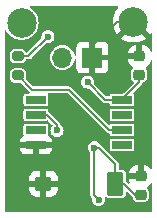
<source format=gbr>
G04 #@! TF.GenerationSoftware,KiCad,Pcbnew,8.0.1*
G04 #@! TF.CreationDate,2025-02-25T21:17:40-07:00*
G04 #@! TF.ProjectId,IRRemote,49525265-6d6f-4746-952e-6b696361645f,rev?*
G04 #@! TF.SameCoordinates,Original*
G04 #@! TF.FileFunction,Copper,L1,Top*
G04 #@! TF.FilePolarity,Positive*
%FSLAX46Y46*%
G04 Gerber Fmt 4.6, Leading zero omitted, Abs format (unit mm)*
G04 Created by KiCad (PCBNEW 8.0.1) date 2025-02-25 21:17:40*
%MOMM*%
%LPD*%
G01*
G04 APERTURE LIST*
G04 Aperture macros list*
%AMRoundRect*
0 Rectangle with rounded corners*
0 $1 Rounding radius*
0 $2 $3 $4 $5 $6 $7 $8 $9 X,Y pos of 4 corners*
0 Add a 4 corners polygon primitive as box body*
4,1,4,$2,$3,$4,$5,$6,$7,$8,$9,$2,$3,0*
0 Add four circle primitives for the rounded corners*
1,1,$1+$1,$2,$3*
1,1,$1+$1,$4,$5*
1,1,$1+$1,$6,$7*
1,1,$1+$1,$8,$9*
0 Add four rect primitives between the rounded corners*
20,1,$1+$1,$2,$3,$4,$5,0*
20,1,$1+$1,$4,$5,$6,$7,0*
20,1,$1+$1,$6,$7,$8,$9,0*
20,1,$1+$1,$8,$9,$2,$3,0*%
G04 Aperture macros list end*
G04 #@! TA.AperFunction,ComponentPad*
%ADD10R,1.700000X1.700000*%
G04 #@! TD*
G04 #@! TA.AperFunction,ComponentPad*
%ADD11O,1.700000X1.700000*%
G04 #@! TD*
G04 #@! TA.AperFunction,SMDPad,CuDef*
%ADD12RoundRect,0.225000X-0.250000X0.225000X-0.250000X-0.225000X0.250000X-0.225000X0.250000X0.225000X0*%
G04 #@! TD*
G04 #@! TA.AperFunction,ComponentPad*
%ADD13C,2.500000*%
G04 #@! TD*
G04 #@! TA.AperFunction,SMDPad,CuDef*
%ADD14RoundRect,0.175000X-0.525000X-0.825000X0.525000X-0.825000X0.525000X0.825000X-0.525000X0.825000X0*%
G04 #@! TD*
G04 #@! TA.AperFunction,SMDPad,CuDef*
%ADD15RoundRect,0.150000X-0.550000X-0.450000X0.550000X-0.450000X0.550000X0.450000X-0.550000X0.450000X0*%
G04 #@! TD*
G04 #@! TA.AperFunction,SMDPad,CuDef*
%ADD16RoundRect,0.225000X0.250000X-0.225000X0.250000X0.225000X-0.250000X0.225000X-0.250000X-0.225000X0*%
G04 #@! TD*
G04 #@! TA.AperFunction,SMDPad,CuDef*
%ADD17R,1.700000X0.650000*%
G04 #@! TD*
G04 #@! TA.AperFunction,SMDPad,CuDef*
%ADD18RoundRect,0.200000X0.275000X-0.200000X0.275000X0.200000X-0.275000X0.200000X-0.275000X-0.200000X0*%
G04 #@! TD*
G04 #@! TA.AperFunction,ViaPad*
%ADD19C,0.600000*%
G04 #@! TD*
G04 #@! TA.AperFunction,Conductor*
%ADD20C,0.200000*%
G04 #@! TD*
G04 #@! TA.AperFunction,Conductor*
%ADD21C,0.152400*%
G04 #@! TD*
G04 APERTURE END LIST*
D10*
X139620000Y-69280000D03*
D11*
X137080000Y-69280000D03*
D12*
X143710000Y-79330000D03*
X143710000Y-80880000D03*
D13*
X133620000Y-66340000D03*
D14*
X141570000Y-79970000D03*
D15*
X135470000Y-79970000D03*
D16*
X143590000Y-70720000D03*
X143590000Y-69170000D03*
D13*
X143100000Y-66240000D03*
D17*
X134830000Y-72850000D03*
X134830000Y-74120000D03*
X134830000Y-75390000D03*
X134830000Y-76660000D03*
X142130000Y-76660000D03*
X142130000Y-75390000D03*
X142130000Y-74120000D03*
X142130000Y-72850000D03*
D18*
X133310000Y-70800000D03*
X133310000Y-69150000D03*
D19*
X135100000Y-71120000D03*
X133315000Y-75920000D03*
X141770000Y-71390000D03*
X139210000Y-71360000D03*
X139790000Y-76910000D03*
X140140000Y-81310000D03*
X136620000Y-75450000D03*
X135850000Y-67520000D03*
D20*
X142950000Y-66390000D02*
X143100000Y-66240000D01*
D21*
X139620000Y-68340000D02*
X141720000Y-66240000D01*
X139620000Y-69280000D02*
X139620000Y-68340000D01*
X141720000Y-66240000D02*
X143100000Y-66240000D01*
X140700000Y-72850000D02*
X142130000Y-72850000D01*
X143590000Y-71370000D02*
X143590000Y-70720000D01*
X139210000Y-71360000D02*
X140700000Y-72850000D01*
X142130000Y-72830000D02*
X143590000Y-71370000D01*
X142130000Y-72850000D02*
X142130000Y-72830000D01*
X134500000Y-71990000D02*
X137610000Y-71990000D01*
X137610000Y-71990000D02*
X141010000Y-75390000D01*
X133310000Y-70800000D02*
X134500000Y-71990000D01*
X141010000Y-75390000D02*
X142130000Y-75390000D01*
X140200000Y-76910000D02*
X139790000Y-76910000D01*
X141570000Y-78280000D02*
X140200000Y-76910000D01*
X143710000Y-80880000D02*
X143640000Y-80810000D01*
X143710000Y-80880000D02*
X143230000Y-80880000D01*
X143230000Y-80880000D02*
X142320000Y-79970000D01*
X143530000Y-80700000D02*
X143710000Y-80880000D01*
X142320000Y-79970000D02*
X141570000Y-79970000D01*
X139720000Y-76980000D02*
X139790000Y-76910000D01*
X141570000Y-79970000D02*
X141570000Y-78280000D01*
X139720000Y-80890000D02*
X139720000Y-76980000D01*
X140140000Y-81310000D02*
X139720000Y-80890000D01*
X135780000Y-74120000D02*
X134830000Y-74120000D01*
X136620000Y-75450000D02*
X136620000Y-74960000D01*
X136620000Y-74960000D02*
X135780000Y-74120000D01*
X135840000Y-67520000D02*
X134210000Y-69150000D01*
X135850000Y-67520000D02*
X135840000Y-67520000D01*
X134210000Y-69150000D02*
X133310000Y-69150000D01*
G04 #@! TA.AperFunction,Conductor*
G36*
X141790167Y-64958093D02*
G01*
X141815887Y-65002642D01*
X141806954Y-65053300D01*
X141800623Y-65062586D01*
X141650028Y-65251426D01*
X141650025Y-65251429D01*
X141518885Y-65478569D01*
X141518879Y-65478581D01*
X141423061Y-65722725D01*
X141364694Y-65978442D01*
X141345093Y-66240000D01*
X141364694Y-66501557D01*
X141423061Y-66757274D01*
X141518879Y-67001418D01*
X141518885Y-67001430D01*
X141650025Y-67228570D01*
X141650028Y-67228573D01*
X141697873Y-67288571D01*
X141697874Y-67288572D01*
X142237426Y-66749020D01*
X142323249Y-66877463D01*
X142462537Y-67016751D01*
X142590978Y-67102572D01*
X142050831Y-67642719D01*
X142050831Y-67642722D01*
X142222541Y-67759791D01*
X142222544Y-67759792D01*
X142458861Y-67873597D01*
X142709492Y-67950906D01*
X142709505Y-67950909D01*
X142968858Y-67990000D01*
X143231142Y-67990000D01*
X143490494Y-67950909D01*
X143490507Y-67950906D01*
X143741138Y-67873597D01*
X143977454Y-67759793D01*
X144149167Y-67642721D01*
X144149167Y-67642719D01*
X143609021Y-67102573D01*
X143737463Y-67016751D01*
X143876751Y-66877463D01*
X143962573Y-66749020D01*
X144502124Y-67288571D01*
X144502125Y-67288571D01*
X144549969Y-67228578D01*
X144549971Y-67228574D01*
X144559175Y-67212634D01*
X144598580Y-67179569D01*
X144650020Y-67179569D01*
X144689425Y-67212634D01*
X144699500Y-67250234D01*
X144699500Y-68767887D01*
X144681907Y-68816225D01*
X144637358Y-68841945D01*
X144586700Y-68833012D01*
X144553635Y-68793607D01*
X144552917Y-68791541D01*
X144501545Y-68636513D01*
X144412575Y-68492271D01*
X144412572Y-68492267D01*
X144292732Y-68372427D01*
X144292728Y-68372424D01*
X144148485Y-68283454D01*
X144148486Y-68283454D01*
X143987607Y-68230144D01*
X143987608Y-68230144D01*
X143888309Y-68220000D01*
X143840000Y-68220000D01*
X143840000Y-69344800D01*
X143822407Y-69393138D01*
X143777858Y-69418858D01*
X143764800Y-69420000D01*
X142615001Y-69420000D01*
X142615001Y-69443309D01*
X142625145Y-69542610D01*
X142678454Y-69703486D01*
X142767424Y-69847728D01*
X142767427Y-69847732D01*
X142887267Y-69967572D01*
X142887271Y-69967575D01*
X143031512Y-70056545D01*
X143033192Y-70057328D01*
X143033852Y-70057988D01*
X143035243Y-70058846D01*
X143035039Y-70059175D01*
X143069569Y-70093698D01*
X143074056Y-70144942D01*
X143054592Y-70178659D01*
X142991472Y-70241779D01*
X142930281Y-70361872D01*
X142914500Y-70461509D01*
X142914500Y-70978490D01*
X142930281Y-71078127D01*
X142991473Y-71198222D01*
X143086777Y-71293526D01*
X143086779Y-71293527D01*
X143086780Y-71293528D01*
X143119350Y-71310123D01*
X143154432Y-71347744D01*
X143157124Y-71399113D01*
X143138384Y-71430301D01*
X142266213Y-72302474D01*
X142219593Y-72324214D01*
X142213039Y-72324500D01*
X141260251Y-72324500D01*
X141201770Y-72336132D01*
X141201768Y-72336133D01*
X141135448Y-72380448D01*
X141091133Y-72446768D01*
X141091132Y-72446770D01*
X141079498Y-72505257D01*
X141079477Y-72505478D01*
X141079439Y-72505556D01*
X141078779Y-72508876D01*
X141077927Y-72508706D01*
X141057226Y-72551856D01*
X141010369Y-72573081D01*
X141004640Y-72573300D01*
X140845761Y-72573300D01*
X140797423Y-72555707D01*
X140792587Y-72551274D01*
X139772400Y-71531087D01*
X139750660Y-71484467D01*
X139751016Y-71468110D01*
X139765250Y-71360000D01*
X139746330Y-71216291D01*
X139690861Y-71082375D01*
X139690860Y-71082374D01*
X139690860Y-71082373D01*
X139602621Y-70967378D01*
X139487626Y-70879139D01*
X139353711Y-70823671D01*
X139353709Y-70823670D01*
X139210000Y-70804750D01*
X139066291Y-70823670D01*
X139066288Y-70823670D01*
X139066288Y-70823671D01*
X138932373Y-70879139D01*
X138817378Y-70967378D01*
X138729139Y-71082373D01*
X138711357Y-71125304D01*
X138673670Y-71216291D01*
X138654750Y-71360000D01*
X138673670Y-71503709D01*
X138673671Y-71503711D01*
X138729139Y-71637626D01*
X138817378Y-71752621D01*
X138932373Y-71840860D01*
X138932374Y-71840860D01*
X138932375Y-71840861D01*
X139066291Y-71896330D01*
X139210000Y-71915250D01*
X139318101Y-71901017D01*
X139368317Y-71912150D01*
X139381087Y-71922400D01*
X140530102Y-73071415D01*
X140593197Y-73107844D01*
X140663572Y-73126700D01*
X140736428Y-73126700D01*
X141004640Y-73126700D01*
X141052978Y-73144293D01*
X141078698Y-73188842D01*
X141079477Y-73194522D01*
X141079498Y-73194742D01*
X141091132Y-73253229D01*
X141091133Y-73253231D01*
X141135448Y-73319552D01*
X141201769Y-73363867D01*
X141231010Y-73369683D01*
X141260251Y-73375500D01*
X141260252Y-73375500D01*
X142999749Y-73375500D01*
X143019242Y-73371622D01*
X143058231Y-73363867D01*
X143124552Y-73319552D01*
X143168867Y-73253231D01*
X143180500Y-73194748D01*
X143180500Y-72505252D01*
X143168867Y-72446769D01*
X143124552Y-72380448D01*
X143108609Y-72369795D01*
X143078193Y-72328313D01*
X143081558Y-72276983D01*
X143097210Y-72254101D01*
X143811415Y-71539898D01*
X143847844Y-71476803D01*
X143863813Y-71417200D01*
X143893315Y-71375065D01*
X143924683Y-71362391D01*
X143973126Y-71354719D01*
X144093220Y-71293528D01*
X144188528Y-71198220D01*
X144249719Y-71078126D01*
X144265500Y-70978488D01*
X144265500Y-70461512D01*
X144249719Y-70361874D01*
X144188528Y-70241780D01*
X144188527Y-70241779D01*
X144188526Y-70241777D01*
X144125408Y-70178659D01*
X144103668Y-70132039D01*
X144116982Y-70082352D01*
X144144839Y-70058979D01*
X144144757Y-70058846D01*
X144145671Y-70058281D01*
X144146811Y-70057326D01*
X144148490Y-70056543D01*
X144292728Y-69967575D01*
X144292732Y-69967572D01*
X144412572Y-69847732D01*
X144412575Y-69847728D01*
X144501545Y-69703486D01*
X144552917Y-69548456D01*
X144584822Y-69508106D01*
X144635199Y-69497704D01*
X144680476Y-69522117D01*
X144699468Y-69569923D01*
X144699500Y-69572110D01*
X144699500Y-78657734D01*
X144681907Y-78706072D01*
X144637358Y-78731792D01*
X144586700Y-78722859D01*
X144560296Y-78697213D01*
X144532573Y-78652268D01*
X144412732Y-78532427D01*
X144412728Y-78532424D01*
X144268485Y-78443454D01*
X144268486Y-78443454D01*
X144107607Y-78390144D01*
X144107608Y-78390144D01*
X144008309Y-78380000D01*
X143960000Y-78380000D01*
X143960000Y-79504800D01*
X143942407Y-79553138D01*
X143897858Y-79578858D01*
X143884800Y-79580000D01*
X142735001Y-79580000D01*
X142735001Y-79603309D01*
X142745145Y-79702610D01*
X142794623Y-79851925D01*
X142793127Y-79903343D01*
X142758930Y-79941770D01*
X142708033Y-79949225D01*
X142670066Y-79928753D01*
X142492526Y-79751213D01*
X142470786Y-79704593D01*
X142470500Y-79698039D01*
X142470500Y-79109365D01*
X142470499Y-79109353D01*
X142466222Y-79080000D01*
X142735000Y-79080000D01*
X143460000Y-79080000D01*
X143460000Y-78379999D01*
X143411691Y-78380000D01*
X143312389Y-78390145D01*
X143151513Y-78443454D01*
X143007271Y-78532424D01*
X143007267Y-78532427D01*
X142887427Y-78652267D01*
X142887424Y-78652271D01*
X142798454Y-78796513D01*
X142745144Y-78957392D01*
X142735000Y-79056691D01*
X142735000Y-79080000D01*
X142466222Y-79080000D01*
X142459866Y-79036375D01*
X142443216Y-79002317D01*
X142404826Y-78923789D01*
X142404824Y-78923787D01*
X142404824Y-78923786D01*
X142316213Y-78835175D01*
X142316211Y-78835174D01*
X142203625Y-78780134D01*
X142203624Y-78780133D01*
X142130646Y-78769500D01*
X142130636Y-78769500D01*
X141921900Y-78769500D01*
X141873562Y-78751907D01*
X141847842Y-78707358D01*
X141846700Y-78694300D01*
X141846700Y-78243573D01*
X141827844Y-78173197D01*
X141827844Y-78173196D01*
X141791416Y-78110103D01*
X140686061Y-77004748D01*
X141079500Y-77004748D01*
X141091132Y-77063229D01*
X141091133Y-77063231D01*
X141135448Y-77129552D01*
X141201769Y-77173867D01*
X141231010Y-77179683D01*
X141260251Y-77185500D01*
X141260252Y-77185500D01*
X142999749Y-77185500D01*
X143019242Y-77181622D01*
X143058231Y-77173867D01*
X143124552Y-77129552D01*
X143168867Y-77063231D01*
X143180500Y-77004748D01*
X143180500Y-76315252D01*
X143168867Y-76256769D01*
X143124552Y-76190448D01*
X143058231Y-76146133D01*
X143058229Y-76146132D01*
X142999749Y-76134500D01*
X142999748Y-76134500D01*
X141260252Y-76134500D01*
X141260251Y-76134500D01*
X141201770Y-76146132D01*
X141201768Y-76146133D01*
X141135448Y-76190448D01*
X141091133Y-76256768D01*
X141091132Y-76256770D01*
X141079500Y-76315251D01*
X141079500Y-77004748D01*
X140686061Y-77004748D01*
X140369899Y-76688586D01*
X140369898Y-76688585D01*
X140306803Y-76652156D01*
X140306800Y-76652155D01*
X140306795Y-76652153D01*
X140305317Y-76651757D01*
X140304465Y-76651188D01*
X140302247Y-76650269D01*
X140302429Y-76649827D01*
X140265125Y-76624900D01*
X140182621Y-76517378D01*
X140067626Y-76429139D01*
X139933711Y-76373671D01*
X139933709Y-76373670D01*
X139790000Y-76354750D01*
X139646291Y-76373670D01*
X139646288Y-76373670D01*
X139646288Y-76373671D01*
X139512373Y-76429139D01*
X139397378Y-76517378D01*
X139309139Y-76632373D01*
X139253671Y-76766288D01*
X139253670Y-76766291D01*
X139234750Y-76910000D01*
X139253670Y-77053709D01*
X139253671Y-77053711D01*
X139309139Y-77187626D01*
X139339423Y-77227092D01*
X139397379Y-77302621D01*
X139413878Y-77315281D01*
X139441517Y-77358662D01*
X139443300Y-77374941D01*
X139443300Y-80853572D01*
X139443300Y-80926428D01*
X139462156Y-80996803D01*
X139498585Y-81059898D01*
X139498586Y-81059899D01*
X139577598Y-81138911D01*
X139599338Y-81185531D01*
X139598981Y-81201900D01*
X139594212Y-81238127D01*
X139584750Y-81310000D01*
X139603670Y-81453709D01*
X139603671Y-81453711D01*
X139659139Y-81587626D01*
X139747378Y-81702621D01*
X139862373Y-81790860D01*
X139862374Y-81790860D01*
X139862375Y-81790861D01*
X139996291Y-81846330D01*
X140140000Y-81865250D01*
X140283709Y-81846330D01*
X140417625Y-81790861D01*
X140532621Y-81702621D01*
X140620861Y-81587625D01*
X140676330Y-81453709D01*
X140695250Y-81310000D01*
X140676330Y-81166291D01*
X140673273Y-81158912D01*
X140671030Y-81107523D01*
X140702345Y-81066713D01*
X140752565Y-81055579D01*
X140795924Y-81076962D01*
X140823786Y-81104824D01*
X140823787Y-81104824D01*
X140823789Y-81104826D01*
X140936375Y-81159866D01*
X141009353Y-81170499D01*
X141009361Y-81170499D01*
X141009364Y-81170500D01*
X141009366Y-81170500D01*
X142130634Y-81170500D01*
X142130636Y-81170500D01*
X142130638Y-81170499D01*
X142130646Y-81170499D01*
X142185980Y-81162436D01*
X142203625Y-81159866D01*
X142316211Y-81104826D01*
X142404826Y-81016211D01*
X142459866Y-80903625D01*
X142464426Y-80872329D01*
X142470499Y-80830646D01*
X142470500Y-80830634D01*
X142470500Y-80693361D01*
X142488093Y-80645023D01*
X142532642Y-80619303D01*
X142583300Y-80628236D01*
X142598874Y-80640187D01*
X143012474Y-81053787D01*
X143034214Y-81100407D01*
X143034500Y-81106961D01*
X143034500Y-81138490D01*
X143050281Y-81238127D01*
X143111473Y-81358222D01*
X143206777Y-81453526D01*
X143206779Y-81453527D01*
X143206780Y-81453528D01*
X143326872Y-81514718D01*
X143326874Y-81514719D01*
X143426512Y-81530500D01*
X143426516Y-81530500D01*
X143993484Y-81530500D01*
X143993488Y-81530500D01*
X144093126Y-81514719D01*
X144213220Y-81453528D01*
X144308528Y-81358220D01*
X144369719Y-81238126D01*
X144385500Y-81138488D01*
X144385500Y-80621512D01*
X144369719Y-80521874D01*
X144308528Y-80401780D01*
X144308527Y-80401779D01*
X144308526Y-80401777D01*
X144245408Y-80338659D01*
X144223668Y-80292039D01*
X144236982Y-80242352D01*
X144264839Y-80218979D01*
X144264757Y-80218846D01*
X144265671Y-80218281D01*
X144266811Y-80217326D01*
X144268490Y-80216543D01*
X144412728Y-80127575D01*
X144412732Y-80127572D01*
X144532572Y-80007732D01*
X144532575Y-80007728D01*
X144560296Y-79962787D01*
X144600646Y-79930882D01*
X144652064Y-79932378D01*
X144690491Y-79966575D01*
X144699500Y-80002265D01*
X144699500Y-82274300D01*
X144681907Y-82322638D01*
X144637358Y-82348358D01*
X144624300Y-82349500D01*
X132265700Y-82349500D01*
X132217362Y-82331907D01*
X132191642Y-82287358D01*
X132190500Y-82274300D01*
X132190500Y-80220000D01*
X134270000Y-80220000D01*
X134270000Y-80485649D01*
X134272898Y-80522482D01*
X134272900Y-80522493D01*
X134318718Y-80680197D01*
X134402317Y-80821556D01*
X134402323Y-80821563D01*
X134518436Y-80937676D01*
X134518443Y-80937682D01*
X134659802Y-81021281D01*
X134817506Y-81067099D01*
X134817517Y-81067101D01*
X134854350Y-81069999D01*
X134854359Y-81070000D01*
X135220000Y-81070000D01*
X135220000Y-80220000D01*
X135720000Y-80220000D01*
X135720000Y-81070000D01*
X136085641Y-81070000D01*
X136085649Y-81069999D01*
X136122482Y-81067101D01*
X136122493Y-81067099D01*
X136280197Y-81021281D01*
X136421556Y-80937682D01*
X136421563Y-80937676D01*
X136537676Y-80821563D01*
X136537682Y-80821556D01*
X136621281Y-80680197D01*
X136667099Y-80522493D01*
X136667101Y-80522482D01*
X136669999Y-80485649D01*
X136670000Y-80485640D01*
X136670000Y-80220000D01*
X135720000Y-80220000D01*
X135220000Y-80220000D01*
X134270000Y-80220000D01*
X132190500Y-80220000D01*
X132190500Y-79720000D01*
X134270000Y-79720000D01*
X135220000Y-79720000D01*
X135220000Y-78870000D01*
X135720000Y-78870000D01*
X135720000Y-79720000D01*
X136670000Y-79720000D01*
X136670000Y-79454359D01*
X136669999Y-79454350D01*
X136667101Y-79417517D01*
X136667099Y-79417506D01*
X136621281Y-79259802D01*
X136537682Y-79118443D01*
X136537676Y-79118436D01*
X136421563Y-79002323D01*
X136421556Y-79002317D01*
X136280197Y-78918718D01*
X136122493Y-78872900D01*
X136122482Y-78872898D01*
X136085649Y-78870000D01*
X135720000Y-78870000D01*
X135220000Y-78870000D01*
X134854350Y-78870000D01*
X134817517Y-78872898D01*
X134817506Y-78872900D01*
X134659802Y-78918718D01*
X134518443Y-79002317D01*
X134518436Y-79002323D01*
X134402323Y-79118436D01*
X134402317Y-79118443D01*
X134318718Y-79259802D01*
X134272900Y-79417506D01*
X134272898Y-79417517D01*
X134270000Y-79454350D01*
X134270000Y-79720000D01*
X132190500Y-79720000D01*
X132190500Y-76910000D01*
X133480000Y-76910000D01*
X133480000Y-77032831D01*
X133486401Y-77092374D01*
X133486402Y-77092377D01*
X133536648Y-77227090D01*
X133536649Y-77227092D01*
X133622810Y-77342189D01*
X133737907Y-77428350D01*
X133737909Y-77428351D01*
X133872622Y-77478597D01*
X133872625Y-77478598D01*
X133932168Y-77484999D01*
X133932180Y-77485000D01*
X134580000Y-77485000D01*
X134580000Y-76910000D01*
X135080000Y-76910000D01*
X135080000Y-77485000D01*
X135727820Y-77485000D01*
X135727831Y-77484999D01*
X135787374Y-77478598D01*
X135787377Y-77478597D01*
X135922090Y-77428351D01*
X135922092Y-77428350D01*
X136037189Y-77342189D01*
X136123350Y-77227092D01*
X136123351Y-77227090D01*
X136173597Y-77092377D01*
X136173598Y-77092374D01*
X136179999Y-77032831D01*
X136180000Y-77032820D01*
X136180000Y-76910000D01*
X135080000Y-76910000D01*
X134580000Y-76910000D01*
X133480000Y-76910000D01*
X132190500Y-76910000D01*
X132190500Y-76410000D01*
X133480000Y-76410000D01*
X136180000Y-76410000D01*
X136180000Y-76287180D01*
X136179999Y-76287168D01*
X136173598Y-76227625D01*
X136173597Y-76227622D01*
X136123351Y-76092909D01*
X136123350Y-76092907D01*
X136037189Y-75977810D01*
X135922092Y-75891649D01*
X135922088Y-75891647D01*
X135913699Y-75888518D01*
X135874557Y-75855142D01*
X135866026Y-75804414D01*
X135867906Y-75798057D01*
X135868865Y-75793233D01*
X135868867Y-75793231D01*
X135880500Y-75734748D01*
X135880500Y-75045252D01*
X135868867Y-74986769D01*
X135824552Y-74920448D01*
X135758231Y-74876133D01*
X135758229Y-74876132D01*
X135699749Y-74864500D01*
X135699748Y-74864500D01*
X133960252Y-74864500D01*
X133960251Y-74864500D01*
X133901770Y-74876132D01*
X133901768Y-74876133D01*
X133835448Y-74920448D01*
X133791133Y-74986768D01*
X133791132Y-74986770D01*
X133779500Y-75045251D01*
X133779500Y-75734748D01*
X133792578Y-75800495D01*
X133790008Y-75801006D01*
X133791741Y-75840669D01*
X133760428Y-75881480D01*
X133746306Y-75888514D01*
X133737918Y-75891643D01*
X133737907Y-75891649D01*
X133622810Y-75977810D01*
X133536649Y-76092907D01*
X133536648Y-76092909D01*
X133486402Y-76227622D01*
X133486401Y-76227625D01*
X133480000Y-76287168D01*
X133480000Y-76410000D01*
X132190500Y-76410000D01*
X132190500Y-74464748D01*
X133779500Y-74464748D01*
X133791132Y-74523229D01*
X133791133Y-74523231D01*
X133835448Y-74589552D01*
X133901769Y-74633867D01*
X133931010Y-74639683D01*
X133960251Y-74645500D01*
X133960252Y-74645500D01*
X135699749Y-74645500D01*
X135719242Y-74641622D01*
X135758231Y-74633867D01*
X135793432Y-74610345D01*
X135843397Y-74598119D01*
X135888385Y-74619698D01*
X136223593Y-74954906D01*
X136245333Y-75001526D01*
X136232019Y-75051213D01*
X136230079Y-75053859D01*
X136139139Y-75172373D01*
X136083671Y-75306288D01*
X136083670Y-75306291D01*
X136064750Y-75450000D01*
X136083670Y-75593709D01*
X136083671Y-75593711D01*
X136139139Y-75727626D01*
X136227378Y-75842621D01*
X136342373Y-75930860D01*
X136342374Y-75930860D01*
X136342375Y-75930861D01*
X136476291Y-75986330D01*
X136620000Y-76005250D01*
X136763709Y-75986330D01*
X136897625Y-75930861D01*
X137012621Y-75842621D01*
X137100861Y-75727625D01*
X137156330Y-75593709D01*
X137175250Y-75450000D01*
X137156330Y-75306291D01*
X137100861Y-75172375D01*
X137100860Y-75172374D01*
X137100860Y-75172373D01*
X137012621Y-75057378D01*
X136926121Y-74991004D01*
X136898482Y-74947620D01*
X136896700Y-74931344D01*
X136896700Y-74923573D01*
X136877844Y-74853199D01*
X136877843Y-74853197D01*
X136841414Y-74790101D01*
X136789898Y-74738585D01*
X135949898Y-73898585D01*
X135918097Y-73880224D01*
X135885035Y-73840820D01*
X135880500Y-73815101D01*
X135880500Y-73775251D01*
X135868867Y-73716770D01*
X135868866Y-73716768D01*
X135824552Y-73650448D01*
X135758231Y-73606133D01*
X135758229Y-73606132D01*
X135699749Y-73594500D01*
X135699748Y-73594500D01*
X133960252Y-73594500D01*
X133960251Y-73594500D01*
X133901770Y-73606132D01*
X133901768Y-73606133D01*
X133835448Y-73650448D01*
X133791133Y-73716768D01*
X133791132Y-73716770D01*
X133779500Y-73775251D01*
X133779500Y-74464748D01*
X132190500Y-74464748D01*
X132190500Y-71031512D01*
X132634500Y-71031512D01*
X132634501Y-71031524D01*
X132649352Y-71125301D01*
X132706951Y-71238344D01*
X132796655Y-71328048D01*
X132796657Y-71328049D01*
X132796658Y-71328050D01*
X132909694Y-71385645D01*
X132909696Y-71385646D01*
X133003481Y-71400500D01*
X133488038Y-71400499D01*
X133536376Y-71418092D01*
X133541212Y-71422525D01*
X134314813Y-72196126D01*
X134336553Y-72242746D01*
X134323239Y-72292433D01*
X134281102Y-72321938D01*
X134261639Y-72324500D01*
X133960251Y-72324500D01*
X133901770Y-72336132D01*
X133901768Y-72336133D01*
X133835448Y-72380448D01*
X133791133Y-72446768D01*
X133791132Y-72446770D01*
X133779500Y-72505251D01*
X133779500Y-73194748D01*
X133791132Y-73253229D01*
X133791133Y-73253231D01*
X133835448Y-73319552D01*
X133901769Y-73363867D01*
X133931010Y-73369683D01*
X133960251Y-73375500D01*
X133960252Y-73375500D01*
X135699749Y-73375500D01*
X135719242Y-73371622D01*
X135758231Y-73363867D01*
X135824552Y-73319552D01*
X135868867Y-73253231D01*
X135880500Y-73194748D01*
X135880500Y-72505252D01*
X135868867Y-72446769D01*
X135868866Y-72446767D01*
X135868865Y-72446765D01*
X135826711Y-72383679D01*
X135814484Y-72333714D01*
X135837235Y-72287579D01*
X135884318Y-72266861D01*
X135889237Y-72266700D01*
X137464239Y-72266700D01*
X137512577Y-72284293D01*
X137517413Y-72288726D01*
X140840102Y-75611415D01*
X140903197Y-75647844D01*
X140973572Y-75666700D01*
X141004640Y-75666700D01*
X141052978Y-75684293D01*
X141078698Y-75728842D01*
X141079477Y-75734522D01*
X141079498Y-75734742D01*
X141091132Y-75793229D01*
X141091133Y-75793231D01*
X141135448Y-75859552D01*
X141201769Y-75903867D01*
X141231010Y-75909683D01*
X141260251Y-75915500D01*
X141260252Y-75915500D01*
X142999749Y-75915500D01*
X143019242Y-75911622D01*
X143058231Y-75903867D01*
X143124552Y-75859552D01*
X143168867Y-75793231D01*
X143180500Y-75734748D01*
X143180500Y-75045252D01*
X143168867Y-74986769D01*
X143124552Y-74920448D01*
X143058231Y-74876133D01*
X143058229Y-74876132D01*
X142999749Y-74864500D01*
X142999748Y-74864500D01*
X141260252Y-74864500D01*
X141260251Y-74864500D01*
X141201770Y-74876132D01*
X141201768Y-74876133D01*
X141135448Y-74920448D01*
X141104769Y-74966362D01*
X141063285Y-74996778D01*
X141011955Y-74993413D01*
X140989069Y-74977756D01*
X140476061Y-74464748D01*
X141079500Y-74464748D01*
X141091132Y-74523229D01*
X141091133Y-74523231D01*
X141135448Y-74589552D01*
X141201769Y-74633867D01*
X141231010Y-74639683D01*
X141260251Y-74645500D01*
X141260252Y-74645500D01*
X142999749Y-74645500D01*
X143019242Y-74641622D01*
X143058231Y-74633867D01*
X143124552Y-74589552D01*
X143168867Y-74523231D01*
X143180500Y-74464748D01*
X143180500Y-73775252D01*
X143168867Y-73716769D01*
X143124552Y-73650448D01*
X143058231Y-73606133D01*
X143058229Y-73606132D01*
X142999749Y-73594500D01*
X142999748Y-73594500D01*
X141260252Y-73594500D01*
X141260251Y-73594500D01*
X141201770Y-73606132D01*
X141201768Y-73606133D01*
X141135448Y-73650448D01*
X141091133Y-73716768D01*
X141091132Y-73716770D01*
X141079500Y-73775251D01*
X141079500Y-74464748D01*
X140476061Y-74464748D01*
X137779899Y-71768586D01*
X137779898Y-71768585D01*
X137716803Y-71732156D01*
X137716800Y-71732155D01*
X137716801Y-71732155D01*
X137672183Y-71720200D01*
X137646428Y-71713300D01*
X137646427Y-71713300D01*
X134645761Y-71713300D01*
X134597423Y-71695707D01*
X134592587Y-71691274D01*
X134005392Y-71104079D01*
X133983652Y-71057459D01*
X133984293Y-71039136D01*
X133985499Y-71031524D01*
X133985500Y-71031519D01*
X133985499Y-70568482D01*
X133972625Y-70487189D01*
X133970647Y-70474698D01*
X133913048Y-70361655D01*
X133823344Y-70271951D01*
X133710304Y-70214354D01*
X133710306Y-70214354D01*
X133663411Y-70206927D01*
X133616519Y-70199500D01*
X133616517Y-70199500D01*
X133003487Y-70199500D01*
X133003475Y-70199501D01*
X132909698Y-70214352D01*
X132796655Y-70271951D01*
X132706951Y-70361655D01*
X132649354Y-70474694D01*
X132634500Y-70568479D01*
X132634500Y-71031512D01*
X132190500Y-71031512D01*
X132190500Y-69381512D01*
X132634500Y-69381512D01*
X132634501Y-69381524D01*
X132649352Y-69475301D01*
X132706951Y-69588344D01*
X132796655Y-69678048D01*
X132796657Y-69678049D01*
X132796658Y-69678050D01*
X132909694Y-69735645D01*
X132909696Y-69735646D01*
X133003481Y-69750500D01*
X133616518Y-69750499D01*
X133645400Y-69745925D01*
X133710301Y-69735647D01*
X133710302Y-69735646D01*
X133710304Y-69735646D01*
X133823342Y-69678050D01*
X133913050Y-69588342D01*
X133970646Y-69475304D01*
X133970645Y-69475304D01*
X133973333Y-69470031D01*
X133975454Y-69471111D01*
X134001228Y-69438125D01*
X134041075Y-69426700D01*
X134246427Y-69426700D01*
X134246428Y-69426700D01*
X134316803Y-69407844D01*
X134379898Y-69371415D01*
X134471313Y-69280000D01*
X136024417Y-69280000D01*
X136044699Y-69485932D01*
X136104765Y-69683947D01*
X136104770Y-69683959D01*
X136192310Y-69847732D01*
X136202315Y-69866450D01*
X136333590Y-70026410D01*
X136493550Y-70157685D01*
X136493554Y-70157687D01*
X136650873Y-70241777D01*
X136676046Y-70255232D01*
X136676050Y-70255233D01*
X136676052Y-70255234D01*
X136731162Y-70271951D01*
X136874066Y-70315300D01*
X137080000Y-70335583D01*
X137285934Y-70315300D01*
X137483954Y-70255232D01*
X137666450Y-70157685D01*
X137826410Y-70026410D01*
X137957685Y-69866450D01*
X138055232Y-69683954D01*
X138115300Y-69485934D01*
X138119962Y-69438599D01*
X138142209Y-69392220D01*
X138189063Y-69370990D01*
X138238602Y-69384845D01*
X138267646Y-69427301D01*
X138270000Y-69445971D01*
X138270000Y-70177831D01*
X138276401Y-70237374D01*
X138276402Y-70237377D01*
X138326648Y-70372090D01*
X138326649Y-70372092D01*
X138412810Y-70487189D01*
X138527907Y-70573350D01*
X138527909Y-70573351D01*
X138662622Y-70623597D01*
X138662625Y-70623598D01*
X138722168Y-70629999D01*
X138722180Y-70630000D01*
X139370000Y-70630000D01*
X139370000Y-69713012D01*
X139427007Y-69745925D01*
X139554174Y-69780000D01*
X139685826Y-69780000D01*
X139812993Y-69745925D01*
X139870000Y-69713012D01*
X139870000Y-70630000D01*
X140517820Y-70630000D01*
X140517831Y-70629999D01*
X140577374Y-70623598D01*
X140577377Y-70623597D01*
X140712090Y-70573351D01*
X140712092Y-70573350D01*
X140827189Y-70487189D01*
X140913350Y-70372092D01*
X140913351Y-70372090D01*
X140963597Y-70237377D01*
X140963598Y-70237374D01*
X140969999Y-70177831D01*
X140970000Y-70177820D01*
X140970000Y-69530000D01*
X140053012Y-69530000D01*
X140085925Y-69472993D01*
X140120000Y-69345826D01*
X140120000Y-69214174D01*
X140085925Y-69087007D01*
X140053012Y-69030000D01*
X140970000Y-69030000D01*
X140970000Y-68920000D01*
X142615000Y-68920000D01*
X143340000Y-68920000D01*
X143340000Y-68219999D01*
X143291691Y-68220000D01*
X143192389Y-68230145D01*
X143031513Y-68283454D01*
X142887271Y-68372424D01*
X142887267Y-68372427D01*
X142767427Y-68492267D01*
X142767424Y-68492271D01*
X142678454Y-68636513D01*
X142625144Y-68797392D01*
X142615000Y-68896691D01*
X142615000Y-68920000D01*
X140970000Y-68920000D01*
X140970000Y-68382180D01*
X140969999Y-68382168D01*
X140963598Y-68322625D01*
X140963597Y-68322622D01*
X140913351Y-68187909D01*
X140913350Y-68187907D01*
X140827189Y-68072810D01*
X140712092Y-67986649D01*
X140712090Y-67986648D01*
X140577377Y-67936402D01*
X140577374Y-67936401D01*
X140517831Y-67930000D01*
X139870000Y-67930000D01*
X139870000Y-68846988D01*
X139812993Y-68814075D01*
X139685826Y-68780000D01*
X139554174Y-68780000D01*
X139427007Y-68814075D01*
X139370000Y-68846988D01*
X139370000Y-67930000D01*
X138722168Y-67930000D01*
X138662625Y-67936401D01*
X138662622Y-67936402D01*
X138527909Y-67986648D01*
X138527907Y-67986649D01*
X138412810Y-68072810D01*
X138326649Y-68187907D01*
X138326648Y-68187909D01*
X138276402Y-68322622D01*
X138276401Y-68322625D01*
X138270000Y-68382168D01*
X138270000Y-69114028D01*
X138252407Y-69162366D01*
X138207858Y-69188086D01*
X138157200Y-69179153D01*
X138124135Y-69139748D01*
X138119962Y-69121399D01*
X138115300Y-69074067D01*
X138055234Y-68876052D01*
X138055229Y-68876040D01*
X137957687Y-68693554D01*
X137957684Y-68693549D01*
X137910876Y-68636513D01*
X137826410Y-68533590D01*
X137666450Y-68402315D01*
X137666445Y-68402312D01*
X137483959Y-68304770D01*
X137483947Y-68304765D01*
X137285932Y-68244699D01*
X137080000Y-68224417D01*
X136874067Y-68244699D01*
X136676052Y-68304765D01*
X136676040Y-68304770D01*
X136493554Y-68402312D01*
X136493549Y-68402315D01*
X136333590Y-68533590D01*
X136202315Y-68693549D01*
X136202312Y-68693554D01*
X136104770Y-68876040D01*
X136104765Y-68876052D01*
X136044699Y-69074067D01*
X136024417Y-69280000D01*
X134471313Y-69280000D01*
X135670075Y-68081236D01*
X135716694Y-68059497D01*
X135733056Y-68059853D01*
X135850000Y-68075250D01*
X135993709Y-68056330D01*
X136127625Y-68000861D01*
X136242621Y-67912621D01*
X136330861Y-67797625D01*
X136386330Y-67663709D01*
X136405250Y-67520000D01*
X136386330Y-67376291D01*
X136330861Y-67242375D01*
X136330860Y-67242374D01*
X136330860Y-67242373D01*
X136242621Y-67127378D01*
X136127626Y-67039139D01*
X136032936Y-66999918D01*
X135993709Y-66983670D01*
X135850000Y-66964750D01*
X135706291Y-66983670D01*
X135706288Y-66983670D01*
X135706288Y-66983671D01*
X135572373Y-67039139D01*
X135457378Y-67127378D01*
X135369139Y-67242373D01*
X135313671Y-67376288D01*
X135313670Y-67376291D01*
X135294750Y-67520000D01*
X135307817Y-67619262D01*
X135296683Y-67669483D01*
X135286434Y-67682251D01*
X134117413Y-68851274D01*
X134070793Y-68873014D01*
X134064239Y-68873300D01*
X134041075Y-68873300D01*
X133992737Y-68855707D01*
X133974853Y-68829194D01*
X133973333Y-68829969D01*
X133913048Y-68711655D01*
X133823344Y-68621951D01*
X133710304Y-68564354D01*
X133710306Y-68564354D01*
X133663411Y-68556927D01*
X133616519Y-68549500D01*
X133616517Y-68549500D01*
X133003487Y-68549500D01*
X133003475Y-68549501D01*
X132909698Y-68564352D01*
X132796655Y-68621951D01*
X132706951Y-68711655D01*
X132649354Y-68824694D01*
X132634500Y-68918479D01*
X132634500Y-69381512D01*
X132190500Y-69381512D01*
X132190500Y-67050660D01*
X132208093Y-67002322D01*
X132252642Y-66976602D01*
X132303300Y-66985535D01*
X132334566Y-67020453D01*
X132339948Y-67032722D01*
X132339948Y-67032724D01*
X132471429Y-67233969D01*
X132634233Y-67410822D01*
X132634237Y-67410826D01*
X132823934Y-67558473D01*
X133018397Y-67663711D01*
X133035344Y-67672882D01*
X133262703Y-67750934D01*
X133499808Y-67790500D01*
X133499811Y-67790500D01*
X133740189Y-67790500D01*
X133740192Y-67790500D01*
X133977297Y-67750934D01*
X134204656Y-67672882D01*
X134416067Y-67558472D01*
X134605764Y-67410825D01*
X134768571Y-67233969D01*
X134900049Y-67032728D01*
X134996610Y-66812591D01*
X135055620Y-66579563D01*
X135075471Y-66340000D01*
X135055620Y-66100437D01*
X134996610Y-65867409D01*
X134900049Y-65647272D01*
X134768571Y-65446031D01*
X134605764Y-65269175D01*
X134605762Y-65269173D01*
X134416065Y-65121526D01*
X134342724Y-65081836D01*
X134308586Y-65043357D01*
X134307168Y-64991937D01*
X134339135Y-64951636D01*
X134378515Y-64940500D01*
X141741829Y-64940500D01*
X141790167Y-64958093D01*
G37*
G04 #@! TD.AperFunction*
M02*

</source>
